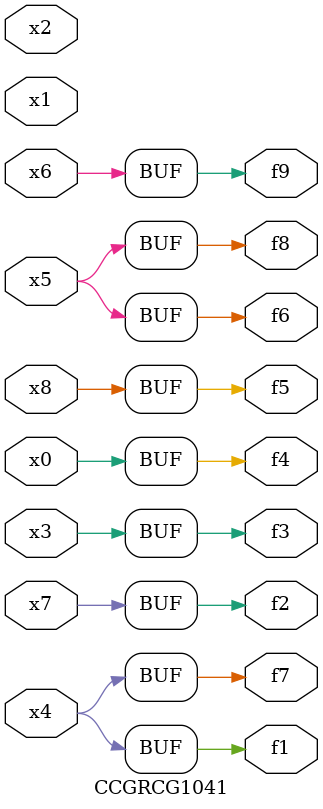
<source format=v>
module CCGRCG1041(
	input x0, x1, x2, x3, x4, x5, x6, x7, x8,
	output f1, f2, f3, f4, f5, f6, f7, f8, f9
);
	assign f1 = x4;
	assign f2 = x7;
	assign f3 = x3;
	assign f4 = x0;
	assign f5 = x8;
	assign f6 = x5;
	assign f7 = x4;
	assign f8 = x5;
	assign f9 = x6;
endmodule

</source>
